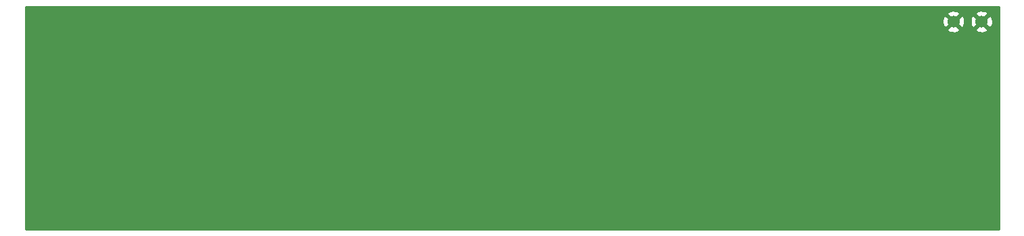
<source format=gbr>
G04 #@! TF.GenerationSoftware,KiCad,Pcbnew,5.1.2-f72e74a~84~ubuntu18.04.1*
G04 #@! TF.CreationDate,2019-11-21T14:14:44+01:00*
G04 #@! TF.ProjectId,FR4_proto,4652345f-7072-46f7-946f-2e6b69636164,rev?*
G04 #@! TF.SameCoordinates,Original*
G04 #@! TF.FileFunction,Copper,L2,Bot*
G04 #@! TF.FilePolarity,Positive*
%FSLAX46Y46*%
G04 Gerber Fmt 4.6, Leading zero omitted, Abs format (unit mm)*
G04 Created by KiCad (PCBNEW 5.1.2-f72e74a~84~ubuntu18.04.1) date 2019-11-21 14:14:44*
%MOMM*%
%LPD*%
G04 APERTURE LIST*
%ADD10C,1.524000*%
%ADD11C,0.800000*%
%ADD12C,0.254000*%
G04 APERTURE END LIST*
D10*
X172720000Y-85090000D03*
X176220000Y-85090000D03*
D11*
X165100000Y-108490000D03*
X167640000Y-109340000D03*
X167640000Y-110160000D03*
X165100000Y-110160000D03*
X166370000Y-108890000D03*
X166370000Y-110160000D03*
X165100000Y-109340000D03*
X167640000Y-108490000D03*
X71120000Y-93150000D03*
X68580000Y-93150000D03*
X69850000Y-94820000D03*
X68580000Y-94820000D03*
X71120000Y-94820000D03*
X71120000Y-94000000D03*
X68580000Y-94000000D03*
X175260000Y-100930000D03*
X176530000Y-100930000D03*
X177800000Y-100930000D03*
X69850000Y-93550000D03*
X177800000Y-106280000D03*
X176530000Y-106280000D03*
X175260000Y-106280000D03*
X59690000Y-91440000D03*
X58420000Y-91440000D03*
X57150000Y-91440000D03*
X59690000Y-86360000D03*
X58420000Y-86360000D03*
X57150000Y-86360000D03*
D12*
G36*
X178410001Y-111100000D02*
G01*
X56540000Y-111100000D01*
X56540000Y-86055565D01*
X171934040Y-86055565D01*
X172001020Y-86295656D01*
X172250048Y-86412756D01*
X172517135Y-86479023D01*
X172792017Y-86491910D01*
X173064133Y-86450922D01*
X173323023Y-86357636D01*
X173438980Y-86295656D01*
X173505960Y-86055565D01*
X175434040Y-86055565D01*
X175501020Y-86295656D01*
X175750048Y-86412756D01*
X176017135Y-86479023D01*
X176292017Y-86491910D01*
X176564133Y-86450922D01*
X176823023Y-86357636D01*
X176938980Y-86295656D01*
X177005960Y-86055565D01*
X176220000Y-85269605D01*
X175434040Y-86055565D01*
X173505960Y-86055565D01*
X172720000Y-85269605D01*
X171934040Y-86055565D01*
X56540000Y-86055565D01*
X56540000Y-85162017D01*
X171318090Y-85162017D01*
X171359078Y-85434133D01*
X171452364Y-85693023D01*
X171514344Y-85808980D01*
X171754435Y-85875960D01*
X172540395Y-85090000D01*
X172899605Y-85090000D01*
X173685565Y-85875960D01*
X173925656Y-85808980D01*
X174042756Y-85559952D01*
X174109023Y-85292865D01*
X174115157Y-85162017D01*
X174818090Y-85162017D01*
X174859078Y-85434133D01*
X174952364Y-85693023D01*
X175014344Y-85808980D01*
X175254435Y-85875960D01*
X176040395Y-85090000D01*
X176399605Y-85090000D01*
X177185565Y-85875960D01*
X177425656Y-85808980D01*
X177542756Y-85559952D01*
X177609023Y-85292865D01*
X177621910Y-85017983D01*
X177580922Y-84745867D01*
X177487636Y-84486977D01*
X177425656Y-84371020D01*
X177185565Y-84304040D01*
X176399605Y-85090000D01*
X176040395Y-85090000D01*
X175254435Y-84304040D01*
X175014344Y-84371020D01*
X174897244Y-84620048D01*
X174830977Y-84887135D01*
X174818090Y-85162017D01*
X174115157Y-85162017D01*
X174121910Y-85017983D01*
X174080922Y-84745867D01*
X173987636Y-84486977D01*
X173925656Y-84371020D01*
X173685565Y-84304040D01*
X172899605Y-85090000D01*
X172540395Y-85090000D01*
X171754435Y-84304040D01*
X171514344Y-84371020D01*
X171397244Y-84620048D01*
X171330977Y-84887135D01*
X171318090Y-85162017D01*
X56540000Y-85162017D01*
X56540000Y-84124435D01*
X171934040Y-84124435D01*
X172720000Y-84910395D01*
X173505960Y-84124435D01*
X175434040Y-84124435D01*
X176220000Y-84910395D01*
X177005960Y-84124435D01*
X176938980Y-83884344D01*
X176689952Y-83767244D01*
X176422865Y-83700977D01*
X176147983Y-83688090D01*
X175875867Y-83729078D01*
X175616977Y-83822364D01*
X175501020Y-83884344D01*
X175434040Y-84124435D01*
X173505960Y-84124435D01*
X173438980Y-83884344D01*
X173189952Y-83767244D01*
X172922865Y-83700977D01*
X172647983Y-83688090D01*
X172375867Y-83729078D01*
X172116977Y-83822364D01*
X172001020Y-83884344D01*
X171934040Y-84124435D01*
X56540000Y-84124435D01*
X56540000Y-83210000D01*
X178410000Y-83210000D01*
X178410001Y-111100000D01*
X178410001Y-111100000D01*
G37*
X178410001Y-111100000D02*
X56540000Y-111100000D01*
X56540000Y-86055565D01*
X171934040Y-86055565D01*
X172001020Y-86295656D01*
X172250048Y-86412756D01*
X172517135Y-86479023D01*
X172792017Y-86491910D01*
X173064133Y-86450922D01*
X173323023Y-86357636D01*
X173438980Y-86295656D01*
X173505960Y-86055565D01*
X175434040Y-86055565D01*
X175501020Y-86295656D01*
X175750048Y-86412756D01*
X176017135Y-86479023D01*
X176292017Y-86491910D01*
X176564133Y-86450922D01*
X176823023Y-86357636D01*
X176938980Y-86295656D01*
X177005960Y-86055565D01*
X176220000Y-85269605D01*
X175434040Y-86055565D01*
X173505960Y-86055565D01*
X172720000Y-85269605D01*
X171934040Y-86055565D01*
X56540000Y-86055565D01*
X56540000Y-85162017D01*
X171318090Y-85162017D01*
X171359078Y-85434133D01*
X171452364Y-85693023D01*
X171514344Y-85808980D01*
X171754435Y-85875960D01*
X172540395Y-85090000D01*
X172899605Y-85090000D01*
X173685565Y-85875960D01*
X173925656Y-85808980D01*
X174042756Y-85559952D01*
X174109023Y-85292865D01*
X174115157Y-85162017D01*
X174818090Y-85162017D01*
X174859078Y-85434133D01*
X174952364Y-85693023D01*
X175014344Y-85808980D01*
X175254435Y-85875960D01*
X176040395Y-85090000D01*
X176399605Y-85090000D01*
X177185565Y-85875960D01*
X177425656Y-85808980D01*
X177542756Y-85559952D01*
X177609023Y-85292865D01*
X177621910Y-85017983D01*
X177580922Y-84745867D01*
X177487636Y-84486977D01*
X177425656Y-84371020D01*
X177185565Y-84304040D01*
X176399605Y-85090000D01*
X176040395Y-85090000D01*
X175254435Y-84304040D01*
X175014344Y-84371020D01*
X174897244Y-84620048D01*
X174830977Y-84887135D01*
X174818090Y-85162017D01*
X174115157Y-85162017D01*
X174121910Y-85017983D01*
X174080922Y-84745867D01*
X173987636Y-84486977D01*
X173925656Y-84371020D01*
X173685565Y-84304040D01*
X172899605Y-85090000D01*
X172540395Y-85090000D01*
X171754435Y-84304040D01*
X171514344Y-84371020D01*
X171397244Y-84620048D01*
X171330977Y-84887135D01*
X171318090Y-85162017D01*
X56540000Y-85162017D01*
X56540000Y-84124435D01*
X171934040Y-84124435D01*
X172720000Y-84910395D01*
X173505960Y-84124435D01*
X175434040Y-84124435D01*
X176220000Y-84910395D01*
X177005960Y-84124435D01*
X176938980Y-83884344D01*
X176689952Y-83767244D01*
X176422865Y-83700977D01*
X176147983Y-83688090D01*
X175875867Y-83729078D01*
X175616977Y-83822364D01*
X175501020Y-83884344D01*
X175434040Y-84124435D01*
X173505960Y-84124435D01*
X173438980Y-83884344D01*
X173189952Y-83767244D01*
X172922865Y-83700977D01*
X172647983Y-83688090D01*
X172375867Y-83729078D01*
X172116977Y-83822364D01*
X172001020Y-83884344D01*
X171934040Y-84124435D01*
X56540000Y-84124435D01*
X56540000Y-83210000D01*
X178410000Y-83210000D01*
X178410001Y-111100000D01*
M02*

</source>
